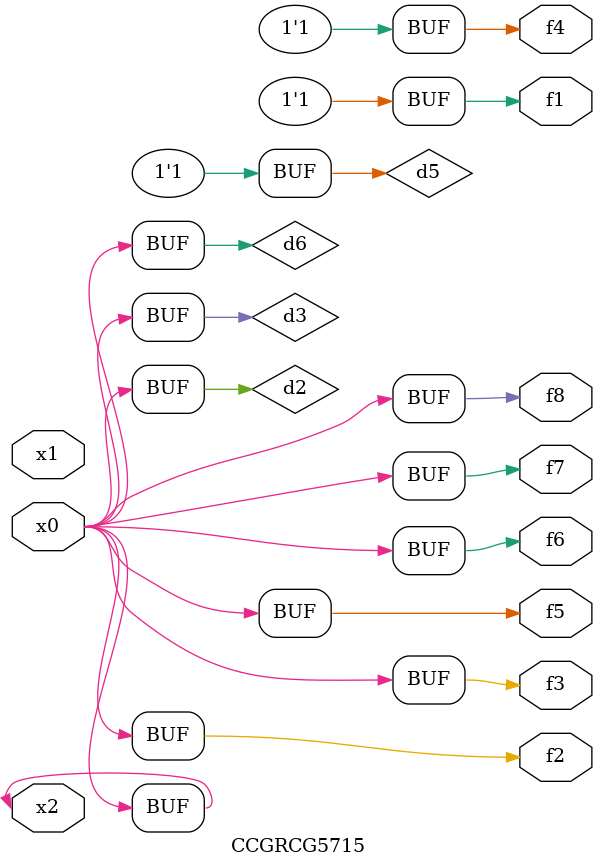
<source format=v>
module CCGRCG5715(
	input x0, x1, x2,
	output f1, f2, f3, f4, f5, f6, f7, f8
);

	wire d1, d2, d3, d4, d5, d6;

	xnor (d1, x2);
	buf (d2, x0, x2);
	and (d3, x0);
	xnor (d4, x1, x2);
	nand (d5, d1, d3);
	buf (d6, d2, d3);
	assign f1 = d5;
	assign f2 = d6;
	assign f3 = d6;
	assign f4 = d5;
	assign f5 = d6;
	assign f6 = d6;
	assign f7 = d6;
	assign f8 = d6;
endmodule

</source>
